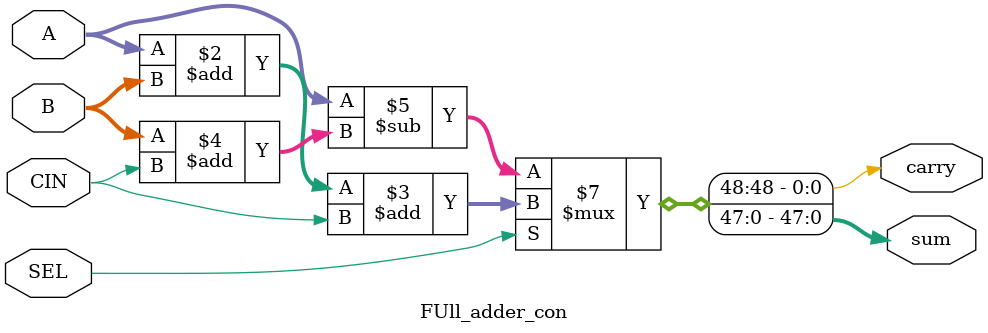
<source format=v>
`timescale 1ns / 1ps

module FUll_adder_con( A,CIN,B,SEL,carry,sum);
parameter N=48;
input [N-1:0] A,B;
input CIN,SEL;
output reg carry;
output reg [N-1:0]sum;
always @(*) begin
if (SEL)
{carry,sum}=A+B+CIN;
else
{carry,sum}=A-(B+CIN);
end
endmodule



</source>
